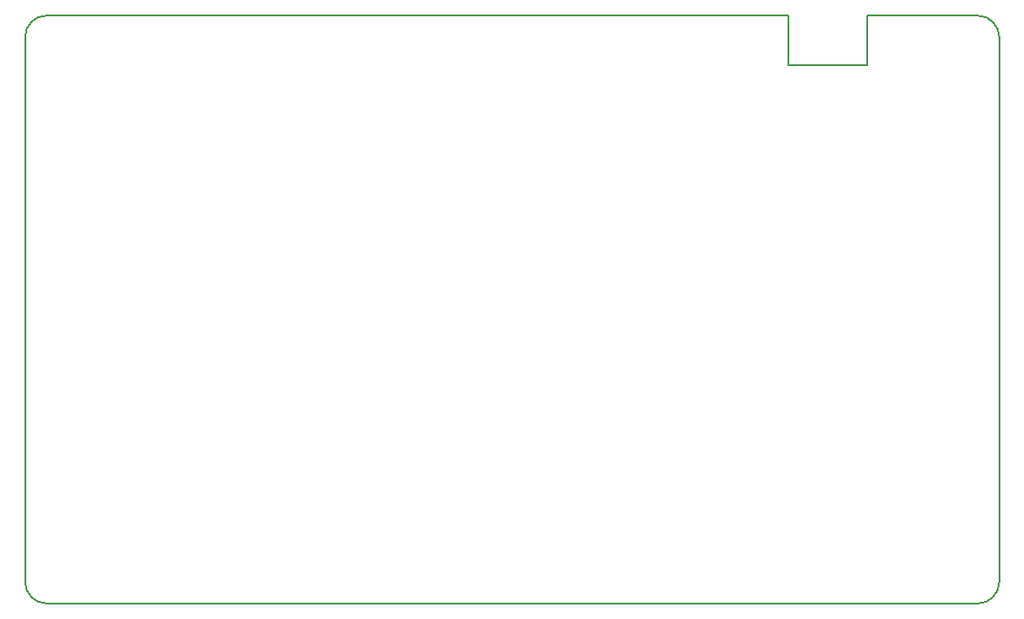
<source format=gbr>
G04 #@! TF.GenerationSoftware,KiCad,Pcbnew,(5.1.0)-1*
G04 #@! TF.CreationDate,2019-05-21T18:44:38+09:00*
G04 #@! TF.ProjectId,sunmeishi,73756e6d-6569-4736-9869-2e6b69636164,rev?*
G04 #@! TF.SameCoordinates,Original*
G04 #@! TF.FileFunction,Profile,NP*
%FSLAX46Y46*%
G04 Gerber Fmt 4.6, Leading zero omitted, Abs format (unit mm)*
G04 Created by KiCad (PCBNEW (5.1.0)-1) date 2019-05-21 18:44:38*
%MOMM*%
%LPD*%
G04 APERTURE LIST*
%ADD10C,0.150000*%
G04 APERTURE END LIST*
D10*
X171300000Y-70000000D02*
X102000000Y-70000000D01*
X178700000Y-70000000D02*
X189000000Y-70000000D01*
X178700000Y-74600000D02*
X178700000Y-70000000D01*
X171300000Y-74600000D02*
X178700000Y-74600000D01*
X171300000Y-70000000D02*
X171300000Y-74600000D01*
X100000000Y-123000000D02*
X100000000Y-72000000D01*
X189000000Y-125000000D02*
X102000000Y-125000000D01*
X191000000Y-72000000D02*
X191000000Y-123000000D01*
X102000000Y-125000000D02*
G75*
G02X100000000Y-123000000I0J2000000D01*
G01*
X191000000Y-123000000D02*
G75*
G02X189000000Y-125000000I-2000000J0D01*
G01*
X189000000Y-70000000D02*
G75*
G02X191000000Y-72000000I0J-2000000D01*
G01*
X100000000Y-72000000D02*
G75*
G02X102000000Y-70000000I2000000J0D01*
G01*
M02*

</source>
